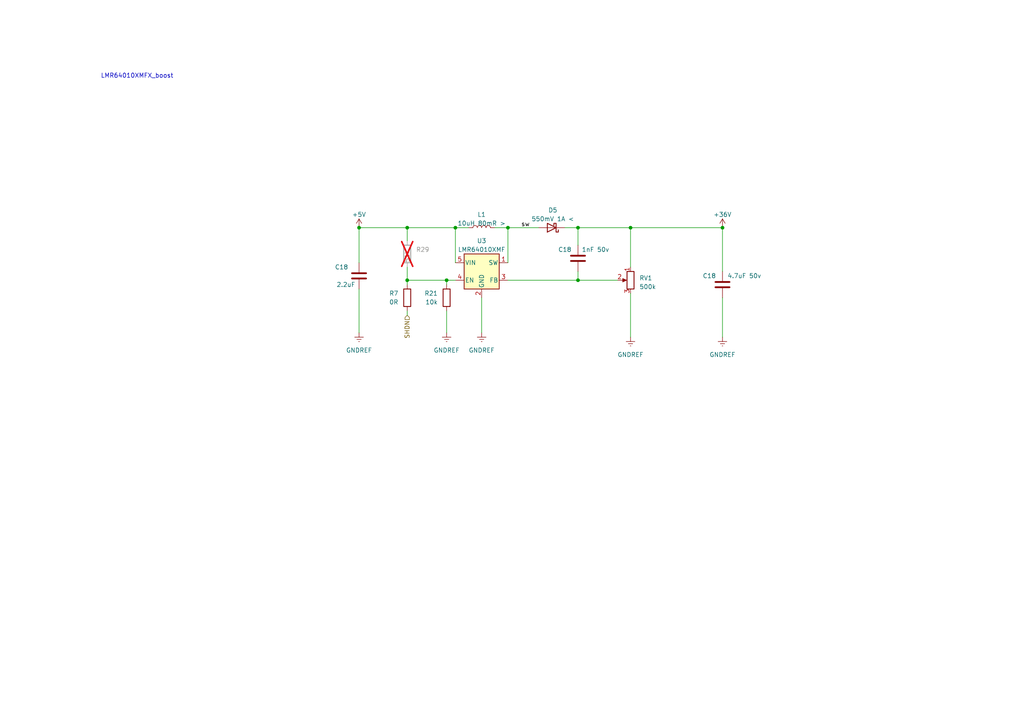
<source format=kicad_sch>
(kicad_sch (version 20230121) (generator eeschema)
  (paper "A4")
  (lib_symbols
    (symbol "Device:C" (pin_numbers hide) (pin_names (offset 0.254))
      (property "Reference" "C" (at 0.635 2.54 0))
      (property "Value" "C" (at 0.635 -2.54 0))
      (symbol "C_0_1"
        (polyline (pts (xy -2.032 -0.762) (xy 2.032 -0.762)) (stroke (width 0.508)))
        (polyline (pts (xy -2.032 0.762) (xy 2.032 0.762)) (stroke (width 0.508)))
      )
      (symbol "C_1_1"
        (pin passive line (at 0 3.81 270) (length 2.794) (name "~") (number "1"))
        (pin passive line (at 0 -3.81 90) (length 2.794) (name "~") (number "2"))
      )
    )
    (symbol "Device:D_Schottky" (pin_numbers hide) (pin_names (offset 1.016) hide)
      (property "Reference" "D" (at 0 2.54 0))
      (property "Value" "D_Schottky" (at 0 -2.54 0))
      (symbol "D_Schottky_0_1"
        (polyline (pts (xy 1.27 0) (xy -1.27 0)))
        (polyline (pts (xy 1.27 1.27) (xy 1.27 -1.27) (xy -1.27 0) (xy 1.27 1.27)) (stroke (width 0.254)))
        (polyline (pts (xy -1.905 0.635) (xy -1.905 1.27) (xy -1.27 1.27) (xy -1.27 -1.27) (xy -0.635 -1.27) (xy -0.635 -0.635)) (stroke (width 0.254)))
      )
      (symbol "D_Schottky_1_1"
        (pin passive line (at -3.81 0 0) (length 2.54) (name "K") (number "1"))
        (pin passive line (at 3.81 0 180) (length 2.54) (name "A") (number "2"))
      )
    )
    (symbol "Device:L" (pin_numbers hide) (pin_names (offset 1.016) hide)
      (property "Reference" "L" (at -1.27 0 90))
      (property "Value" "L" (at 1.905 0 90))
      (symbol "L_0_1"
        (arc (start 0 -2.54) (mid 0.6323 -1.905) (end 0 -1.27))
        (arc (start 0 -1.27) (mid 0.6323 -0.635) (end 0 0))
        (arc (start 0 0) (mid 0.6323 0.635) (end 0 1.27))
        (arc (start 0 1.27) (mid 0.6323 1.905) (end 0 2.54))
      )
      (symbol "L_1_1"
        (pin passive line (at 0 3.81 270) (length 1.27) (name "1") (number "1"))
        (pin passive line (at 0 -3.81 90) (length 1.27) (name "2") (number "2"))
      )
    )
    (symbol "Device:R" (pin_numbers hide) (pin_names (offset 0))
      (property "Reference" "R" (at 2.032 0 90))
      (property "Value" "R" (at 0 0 90))
      (symbol "R_0_1"
        (rectangle (start -1.016 -2.54) (end 1.016 2.54) (stroke (width 0.254)))
      )
      (symbol "R_1_1"
        (pin passive line (at 0 3.81 270) (length 1.27) (name "~") (number "1"))
        (pin passive line (at 0 -3.81 90) (length 1.27) (name "~") (number "2"))
      )
    )
    (symbol "Device:R_Potentiometer" (pin_names (offset 1.016) hide)
      (property "Reference" "RV" (at -4.445 0 90))
      (property "Value" "R_Potentiometer" (at -2.54 0 90))
      (symbol "R_Potentiometer_0_1"
        (polyline (pts (xy 2.54 0) (xy 1.524 0)))
        (polyline (pts (xy 1.143 0) (xy 2.286 0.508) (xy 2.286 -0.508) (xy 1.143 0)) (fill (type outline)))
        (rectangle (start 1.016 2.54) (end -1.016 -2.54) (stroke (width 0.254)))
      )
      (symbol "R_Potentiometer_1_1"
        (pin passive line (at 0 3.81 270) (length 1.27) (name "1") (number "1"))
        (pin passive line (at 3.81 0 180) (length 1.27) (name "2") (number "2"))
        (pin passive line (at 0 -3.81 90) (length 1.27) (name "3") (number "3"))
      )
    )
    (symbol "Regulator_Switching:LMR64010XMF" (pin_names (offset 0.254))
      (property "Reference" "U" (at -5.08 6.35 0))
      (property "Value" "LMR64010XMF" (at 0 6.35 0))
      (symbol "LMR64010XMF_0_1"
        (rectangle (start -5.08 5.08) (end 5.08 -5.08) (stroke (width 0.254)) (fill (type background)))
      )
      (symbol "LMR64010XMF_1_1"
        (pin output line (at 7.62 2.54 180) (length 2.54) (name "SW") (number "1"))
        (pin power_in line (at 0 -7.62 90) (length 2.54) (name "GND") (number "2"))
        (pin input line (at 7.62 -2.54 180) (length 2.54) (name "FB") (number "3"))
        (pin input line (at -7.62 -2.54 0) (length 2.54) (name "EN") (number "4"))
        (pin input line (at -7.62 2.54 0) (length 2.54) (name "VIN") (number "5"))
      )
    )
    (symbol "power:+36V" (power) (pin_names (offset 0))
      (property "Value" "+36V" (at 0 3.556 0))
      (symbol "+36V_0_1"
        (polyline (pts (xy -0.762 1.27) (xy 0 2.54)))
        (polyline (pts (xy 0 0) (xy 0 2.54)))
        (polyline (pts (xy 0 2.54) (xy 0.762 1.27)))
      )
      (symbol "+36V_1_1"
        (pin power_in line (at 0 0 90) (length 0) hide (name "+36V") (number "1"))
      )
    )
    (symbol "power:+5V" (power) (pin_names (offset 0))
      (property "Value" "+5V" (at 0 3.556 0))
      (symbol "+5V_0_1"
        (polyline (pts (xy -0.762 1.27) (xy 0 2.54)))
        (polyline (pts (xy 0 0) (xy 0 2.54)))
        (polyline (pts (xy 0 2.54) (xy 0.762 1.27)))
      )
      (symbol "+5V_1_1"
        (pin power_in line (at 0 0 90) (length 0) hide (name "+5V") (number "1"))
      )
    )
    (symbol "power:GNDREF" (power) (pin_names (offset 0))
      (property "Value" "GNDREF" (at 0 -3.81 0))
      (symbol "GNDREF_0_1"
        (polyline (pts (xy -0.635 -1.905) (xy 0.635 -1.905)))
        (polyline (pts (xy -0.127 -2.54) (xy 0.127 -2.54)))
        (polyline (pts (xy 0 -1.27) (xy 0 0)))
        (polyline (pts (xy 1.27 -1.27) (xy -1.27 -1.27)))
      )
      (symbol "GNDREF_1_1"
        (pin power_in line (at 0 0 270) (length 0) hide (name "GNDREF") (number "1"))
      )
    )
  )
  (junction (at 167.64 81.28))
  (junction (at 167.64 66.04))
  (junction (at 118.11 81.28))
  (junction (at 209.55 66.04))
  (junction (at 118.11 66.04))
  (junction (at 147.32 66.04))
  (junction (at 132.08 66.04))
  (junction (at 129.54 81.28))
  (junction (at 182.88 66.04))
  (junction (at 104.14 66.04))
  (wire (pts (xy 118.11 66.04) (xy 132.08 66.04)))
  (wire (pts (xy 143.51 66.04) (xy 147.32 66.04)))
  (wire (pts (xy 104.14 96.52) (xy 104.14 83.82)))
  (wire (pts (xy 139.7 96.52) (xy 139.7 86.36)))
  (wire (pts (xy 118.11 91.44) (xy 118.11 90.17)))
  (wire (pts (xy 167.64 66.04) (xy 182.88 66.04)))
  (wire (pts (xy 167.64 81.28) (xy 147.32 81.28)))
  (wire (pts (xy 129.54 81.28) (xy 132.08 81.28)))
  (wire (pts (xy 118.11 69.85) (xy 118.11 66.04)))
  (wire (pts (xy 129.54 96.52) (xy 129.54 90.17)))
  (wire (pts (xy 182.88 66.04) (xy 209.55 66.04)))
  (wire (pts (xy 182.88 85.09) (xy 182.88 97.79)))
  (wire (pts (xy 104.14 76.2) (xy 104.14 66.04)))
  (wire (pts (xy 163.83 66.04) (xy 167.64 66.04)))
  (wire (pts (xy 167.64 81.28) (xy 179.07 81.28)))
  (wire (pts (xy 129.54 82.55) (xy 129.54 81.28)))
  (wire (pts (xy 147.32 66.04) (xy 147.32 76.2)))
  (wire (pts (xy 104.14 66.04) (xy 118.11 66.04)))
  (wire (pts (xy 118.11 82.55) (xy 118.11 81.28)))
  (wire (pts (xy 182.88 66.04) (xy 182.88 77.47)))
  (wire (pts (xy 209.55 97.79) (xy 209.55 86.36)))
  (wire (pts (xy 132.08 66.04) (xy 132.08 76.2)))
  (wire (pts (xy 118.11 77.47) (xy 118.11 81.28)))
  (wire (pts (xy 132.08 66.04) (xy 135.89 66.04)))
  (wire (pts (xy 209.55 78.74) (xy 209.55 66.04)))
  (wire (pts (xy 147.32 66.04) (xy 156.21 66.04)))
  (wire (pts (xy 118.11 81.28) (xy 129.54 81.28)))
  (wire (pts (xy 167.64 78.74) (xy 167.64 81.28)))
  (wire (pts (xy 167.64 66.04) (xy 167.64 71.12)))
  (text "LMR64010XMFX_boost" (at 29.21 22.86 0) (effects (font (size 1.27 1.27)) (justify left bottom)))
  (label "sw" (at 151.13 66.04 0))
  (hierarchical_label "SHDN" (shape input) (at 118.11 91.44 270))
  (symbol (lib_id "power:GNDREF") (at 104.14 96.52 0) (unit 1)
    (property "Reference" "#PWR043" (effects hide))
    (property "Value" "GNDREF" (at 104.14 101.6 0))
    (instances (project "aqsense_cheapass" (path "" (reference "#PWR043") (unit 1)) (path "" (reference "#PWR046") (unit 1)) (path "" (reference "#PWR056") (unit 1))) (project "opengeiger" (path "" (reference "#PWR032") (unit 1))))
  )
  (symbol (lib_id "Device:C") (at 209.55 82.55 180) (unit 1)
    (property "Reference" "C18" (at 205.74 80.01 0))
    (property "Value" "4.7uF 50v" (at 215.9 80.01 0))
    (property "Footprint" "Capacitor_SMD:C_0805_2012Metric" (effects hide))
    (property "INFO" "DIGIKEY" (effects hide))
    (instances (project "aqsense_cheapass" (path "" (reference "C18") (unit 1)) (path "" (reference "C9") (unit 1)) (path "" (reference "C14") (unit 1))) (project "opengeiger" (path "" (reference "C8") (unit 1))))
  )
  (symbol (lib_id "Device:R") (at 118.11 73.66 180) (unit 1) (dnp yes)
    (property "Reference" "R29" (at 120.65 72.3899 0) (effects (justify right)))
    (property "Value" "51k" (at 118.11 76.2 90) (effects (justify right)))
    (property "Footprint" "Resistor_SMD:R_0603_1608Metric_Pad0.98x0.95mm_HandSolder" (effects hide))
    (property "INFO" "DIGIKEY" (effects hide))
    (instances (project "aqsense_cheapass" (path "" (reference "R29") (unit 1)) (path "" (reference "R2") (unit 1)) (path "" (reference "R17") (unit 1))) (project "opengeiger" (path "" (reference "R8") (unit 1))))
  )
  (symbol (lib_id "Device:R") (at 129.54 86.36 0) (unit 1)
    (property "Reference" "R21" (at 127 85.09 0) (effects (justify right)))
    (property "Value" "10k" (at 127 87.63 0) (effects (justify right)))
    (property "Footprint" "Resistor_SMD:R_0603_1608Metric_Pad0.98x0.95mm_HandSolder" (effects hide))
    (property "MPN" "RMCF0603JT10K0" (effects hide))
    (property "INFO" "DIGIKEY" (effects hide))
    (property "Supplier Part Number" "RMCF0603JT10K0DKR-ND" (effects hide))
    (instances (project "aqsense_cheapass" (path "" (reference "R21") (unit 1)) (path "" (reference "R10") (unit 1)) (path "" (reference "R10") (unit 1)) (path "" (reference "R16") (unit 1))) (project "opengeiger" (path "" (reference "R16") (unit 1))))
  )
  (symbol (lib_id "Device:R_Potentiometer") (at 182.88 81.28 0) (mirror y) (unit 1)
    (property "Reference" "RV1" (at 185.42 80.645 0) (effects (justify right)))
    (property "Value" "500k" (at 185.42 83.185 0) (effects (justify right)))
  )
  (symbol (lib_id "Regulator_Switching:LMR64010XMF") (at 139.7 78.74 0) (unit 1)
    (property "Reference" "U3" (at 139.7 69.85 0))
    (property "Value" "LMR64010XMF" (at 139.7 72.39 0))
    (property "Footprint" "Package_TO_SOT_SMD:SOT-23-5" (effects hide))
    (property "Datasheet" "http://www.ti.com/lit/ds/symlink/lmr64010.pdf" (effects hide))
  )
  (symbol (lib_id "Device:D_Schottky") (at 160.02 66.04 180) (unit 1)
    (property "Reference" "D5" (at 160.3375 60.96 0))
    (property "Value" "550mV 1A <" (at 160.3375 63.5 0))
  )
  (symbol (lib_id "power:GNDREF") (at 182.88 97.79 0) (unit 1)
    (property "Reference" "#PWR043" (effects hide))
    (property "Value" "GNDREF" (at 182.88 102.87 0))
    (instances (project "aqsense_cheapass" (path "" (reference "#PWR043") (unit 1)) (path "" (reference "#PWR046") (unit 1)) (path "" (reference "#PWR050") (unit 1))) (project "opengeiger" (path "" (reference "#PWR032") (unit 1))))
  )
  (symbol (lib_id "Device:C") (at 104.14 80.01 180) (unit 1)
    (property "Reference" "C18" (at 99.06 77.47 0))
    (property "Value" "2.2uF" (at 100.33 82.55 0))
    (property "Footprint" "Capacitor_SMD:C_0603_1608Metric_Pad1.08x0.95mm_HandSolder" (effects hide))
    (property "INFO" "DIGIKEY" (effects hide))
    (instances (project "aqsense_cheapass" (path "" (reference "C18") (unit 1)) (path "" (reference "C9") (unit 1)) (path "" (reference "C13") (unit 1))) (project "opengeiger" (path "" (reference "C8") (unit 1))))
  )
  (symbol (lib_id "power:+36V") (at 209.55 66.04 0) (unit 1)
    (property "Reference" "#PWR053" (effects hide))
    (property "Value" "+36V" (at 209.55 62.23 0))
  )
  (symbol (lib_id "Device:C") (at 167.64 74.93 180) (unit 1)
    (property "Reference" "C18" (at 163.83 72.39 0))
    (property "Value" "1nF 50v" (at 172.72 72.39 0))
    (property "Footprint" "Capacitor_SMD:C_0603_1608Metric_Pad1.08x0.95mm_HandSolder" (effects hide))
    (property "INFO" "DIGIKEY" (effects hide))
    (instances (project "aqsense_cheapass" (path "" (reference "C18") (unit 1)) (path "" (reference "C9") (unit 1)) (path "" (reference "C12") (unit 1))) (project "opengeiger" (path "" (reference "C8") (unit 1))))
  )
  (symbol (lib_id "Device:L") (at 139.7 66.04 90) (unit 1)
    (property "Reference" "L1" (at 139.7 62.23 90))
    (property "Value" "10uH 80mR >" (at 139.7 64.77 90))
  )
  (symbol (lib_id "power:+5V") (at 104.14 66.04 0) (unit 1)
    (property "Reference" "#PWR057" (effects hide))
    (property "Value" "+5V" (at 104.14 62.23 0))
  )
  (symbol (lib_id "power:GNDREF") (at 209.55 97.79 0) (unit 1)
    (property "Reference" "#PWR043" (effects hide))
    (property "Value" "GNDREF" (at 209.55 102.87 0))
    (instances (project "aqsense_cheapass" (path "" (reference "#PWR043") (unit 1)) (path "" (reference "#PWR046") (unit 1)) (path "" (reference "#PWR049") (unit 1))) (project "opengeiger" (path "" (reference "#PWR032") (unit 1))))
  )
  (symbol (lib_id "Device:R") (at 118.11 86.36 180) (unit 1)
    (property "Reference" "R7" (at 115.57 85.09 0) (effects (justify left)))
    (property "Value" "0R" (at 115.57 87.63 0) (effects (justify left)))
    (property "Footprint" "Resistor_SMD:R_1206_3216Metric_Pad1.30x1.75mm_HandSolder" (effects hide))
    (property "Datasheet" "https://fscdn.rohm.com/en/products/databook/datasheet/passive/resistor/chip_resistor/ktr-e.pdf" (effects hide))
    (property "MPN" "KTR18EZPF0" (effects hide))
    (property "INFO" "DIGIKEY" (effects hide))
    (property "Supplier Part Number" "RHM0RAIDKR-ND" (effects hide))
    (property "PLACE" "NOPLACE" (effects hide))
    (instances (project "aqsense_cheapass" (path "" (reference "R7") (unit 1)) (path "" (reference "R1") (unit 1)) (path "" (reference "R18") (unit 1))) (project "opengeiger" (path "" (reference "R30") (unit 1))))
  )
  (symbol (lib_id "power:GNDREF") (at 129.54 96.52 0) (unit 1)
    (property "Reference" "#PWR043" (effects hide))
    (property "Value" "GNDREF" (at 129.54 101.6 0))
    (instances (project "aqsense_cheapass" (path "" (reference "#PWR043") (unit 1)) (path "" (reference "#PWR046") (unit 1)) (path "" (reference "#PWR055") (unit 1))) (project "opengeiger" (path "" (reference "#PWR032") (unit 1))))
  )
  (symbol (lib_id "power:GNDREF") (at 139.7 96.52 0) (unit 1)
    (property "Reference" "#PWR043" (effects hide))
    (property "Value" "GNDREF" (at 139.7 101.6 0))
    (instances (project "aqsense_cheapass" (path "" (reference "#PWR043") (unit 1)) (path "" (reference "#PWR046") (unit 1)) (path "" (reference "#PWR052") (unit 1))) (project "opengeiger" (path "" (reference "#PWR032") (unit 1))))
  )
)
</source>
